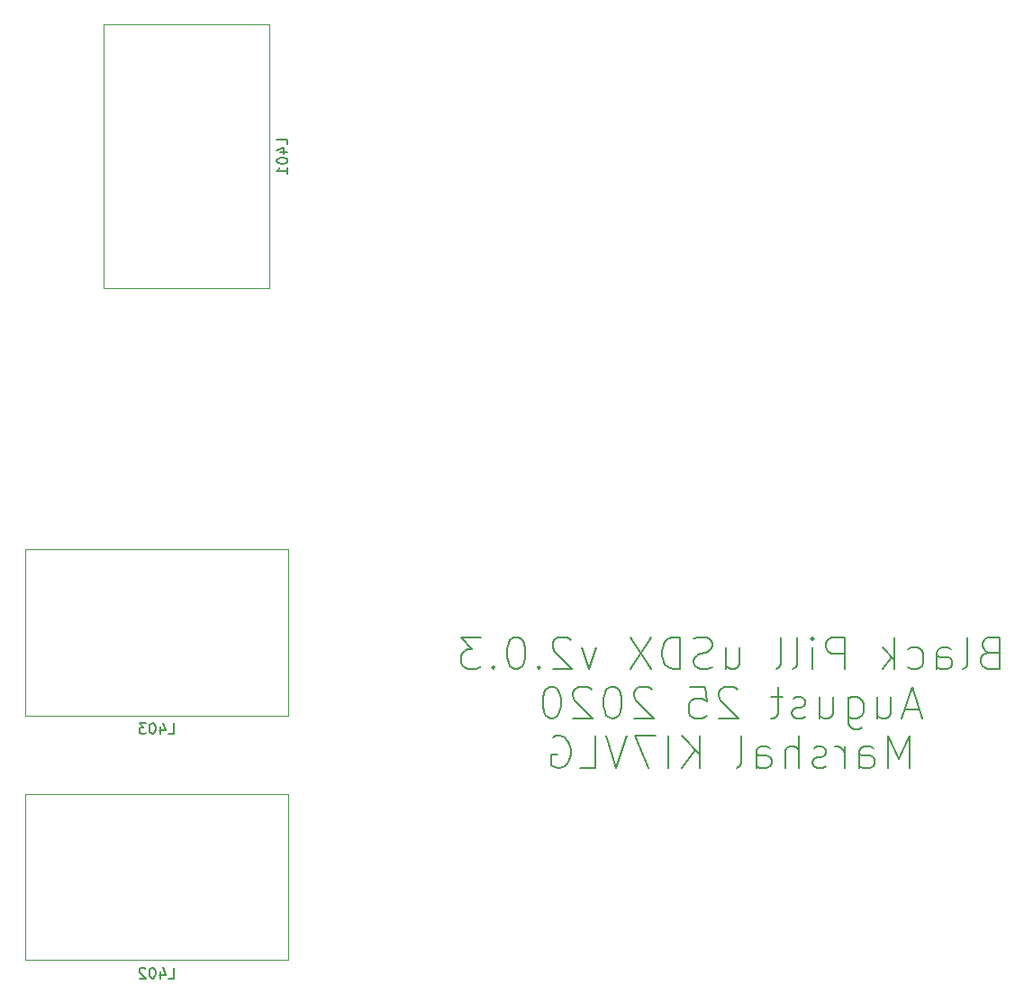
<source format=gbr>
%TF.GenerationSoftware,KiCad,Pcbnew,5.1.6*%
%TF.CreationDate,2020-08-25T13:31:23-07:00*%
%TF.ProjectId,uSDX,75534458-2e6b-4696-9361-645f70636258,2.0.3*%
%TF.SameCoordinates,Original*%
%TF.FileFunction,Legend,Bot*%
%TF.FilePolarity,Positive*%
%FSLAX46Y46*%
G04 Gerber Fmt 4.6, Leading zero omitted, Abs format (unit mm)*
G04 Created by KiCad (PCBNEW 5.1.6) date 2020-08-25 13:31:23*
%MOMM*%
%LPD*%
G01*
G04 APERTURE LIST*
%ADD10C,0.150000*%
%ADD11C,0.120000*%
G04 APERTURE END LIST*
D10*
X128714285Y-128135714D02*
X128285714Y-128278571D01*
X128142857Y-128421428D01*
X128000000Y-128707142D01*
X128000000Y-129135714D01*
X128142857Y-129421428D01*
X128285714Y-129564285D01*
X128571428Y-129707142D01*
X129714285Y-129707142D01*
X129714285Y-126707142D01*
X128714285Y-126707142D01*
X128428571Y-126850000D01*
X128285714Y-126992857D01*
X128142857Y-127278571D01*
X128142857Y-127564285D01*
X128285714Y-127850000D01*
X128428571Y-127992857D01*
X128714285Y-128135714D01*
X129714285Y-128135714D01*
X126285714Y-129707142D02*
X126571428Y-129564285D01*
X126714285Y-129278571D01*
X126714285Y-126707142D01*
X123857142Y-129707142D02*
X123857142Y-128135714D01*
X124000000Y-127850000D01*
X124285714Y-127707142D01*
X124857142Y-127707142D01*
X125142857Y-127850000D01*
X123857142Y-129564285D02*
X124142857Y-129707142D01*
X124857142Y-129707142D01*
X125142857Y-129564285D01*
X125285714Y-129278571D01*
X125285714Y-128992857D01*
X125142857Y-128707142D01*
X124857142Y-128564285D01*
X124142857Y-128564285D01*
X123857142Y-128421428D01*
X121142857Y-129564285D02*
X121428571Y-129707142D01*
X122000000Y-129707142D01*
X122285714Y-129564285D01*
X122428571Y-129421428D01*
X122571428Y-129135714D01*
X122571428Y-128278571D01*
X122428571Y-127992857D01*
X122285714Y-127850000D01*
X122000000Y-127707142D01*
X121428571Y-127707142D01*
X121142857Y-127850000D01*
X119857142Y-129707142D02*
X119857142Y-126707142D01*
X119571428Y-128564285D02*
X118714285Y-129707142D01*
X118714285Y-127707142D02*
X119857142Y-128850000D01*
X115142857Y-129707142D02*
X115142857Y-126707142D01*
X114000000Y-126707142D01*
X113714285Y-126850000D01*
X113571428Y-126992857D01*
X113428571Y-127278571D01*
X113428571Y-127707142D01*
X113571428Y-127992857D01*
X113714285Y-128135714D01*
X114000000Y-128278571D01*
X115142857Y-128278571D01*
X112142857Y-129707142D02*
X112142857Y-127707142D01*
X112142857Y-126707142D02*
X112285714Y-126850000D01*
X112142857Y-126992857D01*
X112000000Y-126850000D01*
X112142857Y-126707142D01*
X112142857Y-126992857D01*
X110285714Y-129707142D02*
X110571428Y-129564285D01*
X110714285Y-129278571D01*
X110714285Y-126707142D01*
X108714285Y-129707142D02*
X109000000Y-129564285D01*
X109142857Y-129278571D01*
X109142857Y-126707142D01*
X104000000Y-127707142D02*
X104000000Y-129707142D01*
X105285714Y-127707142D02*
X105285714Y-129278571D01*
X105142857Y-129564285D01*
X104857142Y-129707142D01*
X104428571Y-129707142D01*
X104142857Y-129564285D01*
X104000000Y-129421428D01*
X102714285Y-129564285D02*
X102285714Y-129707142D01*
X101571428Y-129707142D01*
X101285714Y-129564285D01*
X101142857Y-129421428D01*
X101000000Y-129135714D01*
X101000000Y-128850000D01*
X101142857Y-128564285D01*
X101285714Y-128421428D01*
X101571428Y-128278571D01*
X102142857Y-128135714D01*
X102428571Y-127992857D01*
X102571428Y-127850000D01*
X102714285Y-127564285D01*
X102714285Y-127278571D01*
X102571428Y-126992857D01*
X102428571Y-126850000D01*
X102142857Y-126707142D01*
X101428571Y-126707142D01*
X101000000Y-126850000D01*
X99714285Y-129707142D02*
X99714285Y-126707142D01*
X99000000Y-126707142D01*
X98571428Y-126850000D01*
X98285714Y-127135714D01*
X98142857Y-127421428D01*
X98000000Y-127992857D01*
X98000000Y-128421428D01*
X98142857Y-128992857D01*
X98285714Y-129278571D01*
X98571428Y-129564285D01*
X99000000Y-129707142D01*
X99714285Y-129707142D01*
X97000000Y-126707142D02*
X95000000Y-129707142D01*
X95000000Y-126707142D02*
X97000000Y-129707142D01*
X91857142Y-127707142D02*
X91142857Y-129707142D01*
X90428571Y-127707142D01*
X89428571Y-126992857D02*
X89285714Y-126850000D01*
X89000000Y-126707142D01*
X88285714Y-126707142D01*
X88000000Y-126850000D01*
X87857142Y-126992857D01*
X87714285Y-127278571D01*
X87714285Y-127564285D01*
X87857142Y-127992857D01*
X89571428Y-129707142D01*
X87714285Y-129707142D01*
X86428571Y-129421428D02*
X86285714Y-129564285D01*
X86428571Y-129707142D01*
X86571428Y-129564285D01*
X86428571Y-129421428D01*
X86428571Y-129707142D01*
X84428571Y-126707142D02*
X84142857Y-126707142D01*
X83857142Y-126850000D01*
X83714285Y-126992857D01*
X83571428Y-127278571D01*
X83428571Y-127850000D01*
X83428571Y-128564285D01*
X83571428Y-129135714D01*
X83714285Y-129421428D01*
X83857142Y-129564285D01*
X84142857Y-129707142D01*
X84428571Y-129707142D01*
X84714285Y-129564285D01*
X84857142Y-129421428D01*
X85000000Y-129135714D01*
X85142857Y-128564285D01*
X85142857Y-127850000D01*
X85000000Y-127278571D01*
X84857142Y-126992857D01*
X84714285Y-126850000D01*
X84428571Y-126707142D01*
X82142857Y-129421428D02*
X82000000Y-129564285D01*
X82142857Y-129707142D01*
X82285714Y-129564285D01*
X82142857Y-129421428D01*
X82142857Y-129707142D01*
X81000000Y-126707142D02*
X79142857Y-126707142D01*
X80142857Y-127850000D01*
X79714285Y-127850000D01*
X79428571Y-127992857D01*
X79285714Y-128135714D01*
X79142857Y-128421428D01*
X79142857Y-129135714D01*
X79285714Y-129421428D01*
X79428571Y-129564285D01*
X79714285Y-129707142D01*
X80571428Y-129707142D01*
X80857142Y-129564285D01*
X81000000Y-129421428D01*
X122214285Y-133500000D02*
X120785714Y-133500000D01*
X122500000Y-134357142D02*
X121500000Y-131357142D01*
X120500000Y-134357142D01*
X118214285Y-132357142D02*
X118214285Y-134357142D01*
X119500000Y-132357142D02*
X119500000Y-133928571D01*
X119357142Y-134214285D01*
X119071428Y-134357142D01*
X118642857Y-134357142D01*
X118357142Y-134214285D01*
X118214285Y-134071428D01*
X115500000Y-132357142D02*
X115500000Y-134785714D01*
X115642857Y-135071428D01*
X115785714Y-135214285D01*
X116071428Y-135357142D01*
X116500000Y-135357142D01*
X116785714Y-135214285D01*
X115500000Y-134214285D02*
X115785714Y-134357142D01*
X116357142Y-134357142D01*
X116642857Y-134214285D01*
X116785714Y-134071428D01*
X116928571Y-133785714D01*
X116928571Y-132928571D01*
X116785714Y-132642857D01*
X116642857Y-132500000D01*
X116357142Y-132357142D01*
X115785714Y-132357142D01*
X115500000Y-132500000D01*
X112785714Y-132357142D02*
X112785714Y-134357142D01*
X114071428Y-132357142D02*
X114071428Y-133928571D01*
X113928571Y-134214285D01*
X113642857Y-134357142D01*
X113214285Y-134357142D01*
X112928571Y-134214285D01*
X112785714Y-134071428D01*
X111500000Y-134214285D02*
X111214285Y-134357142D01*
X110642857Y-134357142D01*
X110357142Y-134214285D01*
X110214285Y-133928571D01*
X110214285Y-133785714D01*
X110357142Y-133500000D01*
X110642857Y-133357142D01*
X111071428Y-133357142D01*
X111357142Y-133214285D01*
X111500000Y-132928571D01*
X111500000Y-132785714D01*
X111357142Y-132500000D01*
X111071428Y-132357142D01*
X110642857Y-132357142D01*
X110357142Y-132500000D01*
X109357142Y-132357142D02*
X108214285Y-132357142D01*
X108928571Y-131357142D02*
X108928571Y-133928571D01*
X108785714Y-134214285D01*
X108500000Y-134357142D01*
X108214285Y-134357142D01*
X105071428Y-131642857D02*
X104928571Y-131500000D01*
X104642857Y-131357142D01*
X103928571Y-131357142D01*
X103642857Y-131500000D01*
X103500000Y-131642857D01*
X103357142Y-131928571D01*
X103357142Y-132214285D01*
X103500000Y-132642857D01*
X105214285Y-134357142D01*
X103357142Y-134357142D01*
X100642857Y-131357142D02*
X102071428Y-131357142D01*
X102214285Y-132785714D01*
X102071428Y-132642857D01*
X101785714Y-132500000D01*
X101071428Y-132500000D01*
X100785714Y-132642857D01*
X100642857Y-132785714D01*
X100500000Y-133071428D01*
X100500000Y-133785714D01*
X100642857Y-134071428D01*
X100785714Y-134214285D01*
X101071428Y-134357142D01*
X101785714Y-134357142D01*
X102071428Y-134214285D01*
X102214285Y-134071428D01*
X97071428Y-131642857D02*
X96928571Y-131500000D01*
X96642857Y-131357142D01*
X95928571Y-131357142D01*
X95642857Y-131500000D01*
X95500000Y-131642857D01*
X95357142Y-131928571D01*
X95357142Y-132214285D01*
X95500000Y-132642857D01*
X97214285Y-134357142D01*
X95357142Y-134357142D01*
X93500000Y-131357142D02*
X93214285Y-131357142D01*
X92928571Y-131500000D01*
X92785714Y-131642857D01*
X92642857Y-131928571D01*
X92500000Y-132500000D01*
X92500000Y-133214285D01*
X92642857Y-133785714D01*
X92785714Y-134071428D01*
X92928571Y-134214285D01*
X93214285Y-134357142D01*
X93500000Y-134357142D01*
X93785714Y-134214285D01*
X93928571Y-134071428D01*
X94071428Y-133785714D01*
X94214285Y-133214285D01*
X94214285Y-132500000D01*
X94071428Y-131928571D01*
X93928571Y-131642857D01*
X93785714Y-131500000D01*
X93500000Y-131357142D01*
X91357142Y-131642857D02*
X91214285Y-131500000D01*
X90928571Y-131357142D01*
X90214285Y-131357142D01*
X89928571Y-131500000D01*
X89785714Y-131642857D01*
X89642857Y-131928571D01*
X89642857Y-132214285D01*
X89785714Y-132642857D01*
X91500000Y-134357142D01*
X89642857Y-134357142D01*
X87785714Y-131357142D02*
X87500000Y-131357142D01*
X87214285Y-131500000D01*
X87071428Y-131642857D01*
X86928571Y-131928571D01*
X86785714Y-132500000D01*
X86785714Y-133214285D01*
X86928571Y-133785714D01*
X87071428Y-134071428D01*
X87214285Y-134214285D01*
X87500000Y-134357142D01*
X87785714Y-134357142D01*
X88071428Y-134214285D01*
X88214285Y-134071428D01*
X88357142Y-133785714D01*
X88500000Y-133214285D01*
X88500000Y-132500000D01*
X88357142Y-131928571D01*
X88214285Y-131642857D01*
X88071428Y-131500000D01*
X87785714Y-131357142D01*
X121285714Y-139007142D02*
X121285714Y-136007142D01*
X120285714Y-138150000D01*
X119285714Y-136007142D01*
X119285714Y-139007142D01*
X116571428Y-139007142D02*
X116571428Y-137435714D01*
X116714285Y-137150000D01*
X117000000Y-137007142D01*
X117571428Y-137007142D01*
X117857142Y-137150000D01*
X116571428Y-138864285D02*
X116857142Y-139007142D01*
X117571428Y-139007142D01*
X117857142Y-138864285D01*
X118000000Y-138578571D01*
X118000000Y-138292857D01*
X117857142Y-138007142D01*
X117571428Y-137864285D01*
X116857142Y-137864285D01*
X116571428Y-137721428D01*
X115142857Y-139007142D02*
X115142857Y-137007142D01*
X115142857Y-137578571D02*
X115000000Y-137292857D01*
X114857142Y-137150000D01*
X114571428Y-137007142D01*
X114285714Y-137007142D01*
X113428571Y-138864285D02*
X113142857Y-139007142D01*
X112571428Y-139007142D01*
X112285714Y-138864285D01*
X112142857Y-138578571D01*
X112142857Y-138435714D01*
X112285714Y-138150000D01*
X112571428Y-138007142D01*
X113000000Y-138007142D01*
X113285714Y-137864285D01*
X113428571Y-137578571D01*
X113428571Y-137435714D01*
X113285714Y-137150000D01*
X113000000Y-137007142D01*
X112571428Y-137007142D01*
X112285714Y-137150000D01*
X110857142Y-139007142D02*
X110857142Y-136007142D01*
X109571428Y-139007142D02*
X109571428Y-137435714D01*
X109714285Y-137150000D01*
X110000000Y-137007142D01*
X110428571Y-137007142D01*
X110714285Y-137150000D01*
X110857142Y-137292857D01*
X106857142Y-139007142D02*
X106857142Y-137435714D01*
X107000000Y-137150000D01*
X107285714Y-137007142D01*
X107857142Y-137007142D01*
X108142857Y-137150000D01*
X106857142Y-138864285D02*
X107142857Y-139007142D01*
X107857142Y-139007142D01*
X108142857Y-138864285D01*
X108285714Y-138578571D01*
X108285714Y-138292857D01*
X108142857Y-138007142D01*
X107857142Y-137864285D01*
X107142857Y-137864285D01*
X106857142Y-137721428D01*
X105000000Y-139007142D02*
X105285714Y-138864285D01*
X105428571Y-138578571D01*
X105428571Y-136007142D01*
X101571428Y-139007142D02*
X101571428Y-136007142D01*
X99857142Y-139007142D02*
X101142857Y-137292857D01*
X99857142Y-136007142D02*
X101571428Y-137721428D01*
X98571428Y-139007142D02*
X98571428Y-136007142D01*
X97428571Y-136007142D02*
X95428571Y-136007142D01*
X96714285Y-139007142D01*
X94714285Y-136007142D02*
X93714285Y-139007142D01*
X92714285Y-136007142D01*
X90285714Y-139007142D02*
X91714285Y-139007142D01*
X91714285Y-136007142D01*
X87714285Y-136150000D02*
X88000000Y-136007142D01*
X88428571Y-136007142D01*
X88857142Y-136150000D01*
X89142857Y-136435714D01*
X89285714Y-136721428D01*
X89428571Y-137292857D01*
X89428571Y-137721428D01*
X89285714Y-138292857D01*
X89142857Y-138578571D01*
X88857142Y-138864285D01*
X88428571Y-139007142D01*
X88142857Y-139007142D01*
X87714285Y-138864285D01*
X87571428Y-138721428D01*
X87571428Y-137721428D01*
X88142857Y-137721428D01*
D11*
%TO.C,L401*%
X61090000Y-69120000D02*
X45470000Y-69120000D01*
X61090000Y-93880000D02*
X45470000Y-93880000D01*
X45470000Y-93880000D02*
X45470000Y-69120000D01*
X61090000Y-93880000D02*
X61090000Y-69120000D01*
%TO.C,L403*%
X38120000Y-134090000D02*
X62880000Y-134090000D01*
X38120000Y-118470000D02*
X62880000Y-118470000D01*
X38120000Y-134090000D02*
X38120000Y-118470000D01*
X62880000Y-134090000D02*
X62880000Y-118470000D01*
%TO.C,L402*%
X38120000Y-157090000D02*
X62880000Y-157090000D01*
X38120000Y-141470000D02*
X62880000Y-141470000D01*
X38120000Y-157090000D02*
X38120000Y-141470000D01*
X62880000Y-157090000D02*
X62880000Y-141470000D01*
%TO.C,L401*%
D10*
X62792380Y-80380952D02*
X62792380Y-79904761D01*
X61792380Y-79904761D01*
X62125714Y-81142857D02*
X62792380Y-81142857D01*
X61744761Y-80904761D02*
X62459047Y-80666666D01*
X62459047Y-81285714D01*
X61792380Y-81857142D02*
X61792380Y-81952380D01*
X61840000Y-82047619D01*
X61887619Y-82095238D01*
X61982857Y-82142857D01*
X62173333Y-82190476D01*
X62411428Y-82190476D01*
X62601904Y-82142857D01*
X62697142Y-82095238D01*
X62744761Y-82047619D01*
X62792380Y-81952380D01*
X62792380Y-81857142D01*
X62744761Y-81761904D01*
X62697142Y-81714285D01*
X62601904Y-81666666D01*
X62411428Y-81619047D01*
X62173333Y-81619047D01*
X61982857Y-81666666D01*
X61887619Y-81714285D01*
X61840000Y-81761904D01*
X61792380Y-81857142D01*
X62792380Y-83142857D02*
X62792380Y-82571428D01*
X62792380Y-82857142D02*
X61792380Y-82857142D01*
X61935238Y-82761904D01*
X62030476Y-82666666D01*
X62078095Y-82571428D01*
%TO.C,L403*%
X51619047Y-135792380D02*
X52095238Y-135792380D01*
X52095238Y-134792380D01*
X50857142Y-135125714D02*
X50857142Y-135792380D01*
X51095238Y-134744761D02*
X51333333Y-135459047D01*
X50714285Y-135459047D01*
X50142857Y-134792380D02*
X50047619Y-134792380D01*
X49952380Y-134840000D01*
X49904761Y-134887619D01*
X49857142Y-134982857D01*
X49809523Y-135173333D01*
X49809523Y-135411428D01*
X49857142Y-135601904D01*
X49904761Y-135697142D01*
X49952380Y-135744761D01*
X50047619Y-135792380D01*
X50142857Y-135792380D01*
X50238095Y-135744761D01*
X50285714Y-135697142D01*
X50333333Y-135601904D01*
X50380952Y-135411428D01*
X50380952Y-135173333D01*
X50333333Y-134982857D01*
X50285714Y-134887619D01*
X50238095Y-134840000D01*
X50142857Y-134792380D01*
X49476190Y-134792380D02*
X48857142Y-134792380D01*
X49190476Y-135173333D01*
X49047619Y-135173333D01*
X48952380Y-135220952D01*
X48904761Y-135268571D01*
X48857142Y-135363809D01*
X48857142Y-135601904D01*
X48904761Y-135697142D01*
X48952380Y-135744761D01*
X49047619Y-135792380D01*
X49333333Y-135792380D01*
X49428571Y-135744761D01*
X49476190Y-135697142D01*
%TO.C,L402*%
X51619047Y-158792380D02*
X52095238Y-158792380D01*
X52095238Y-157792380D01*
X50857142Y-158125714D02*
X50857142Y-158792380D01*
X51095238Y-157744761D02*
X51333333Y-158459047D01*
X50714285Y-158459047D01*
X50142857Y-157792380D02*
X50047619Y-157792380D01*
X49952380Y-157840000D01*
X49904761Y-157887619D01*
X49857142Y-157982857D01*
X49809523Y-158173333D01*
X49809523Y-158411428D01*
X49857142Y-158601904D01*
X49904761Y-158697142D01*
X49952380Y-158744761D01*
X50047619Y-158792380D01*
X50142857Y-158792380D01*
X50238095Y-158744761D01*
X50285714Y-158697142D01*
X50333333Y-158601904D01*
X50380952Y-158411428D01*
X50380952Y-158173333D01*
X50333333Y-157982857D01*
X50285714Y-157887619D01*
X50238095Y-157840000D01*
X50142857Y-157792380D01*
X49428571Y-157887619D02*
X49380952Y-157840000D01*
X49285714Y-157792380D01*
X49047619Y-157792380D01*
X48952380Y-157840000D01*
X48904761Y-157887619D01*
X48857142Y-157982857D01*
X48857142Y-158078095D01*
X48904761Y-158220952D01*
X49476190Y-158792380D01*
X48857142Y-158792380D01*
%TD*%
M02*

</source>
